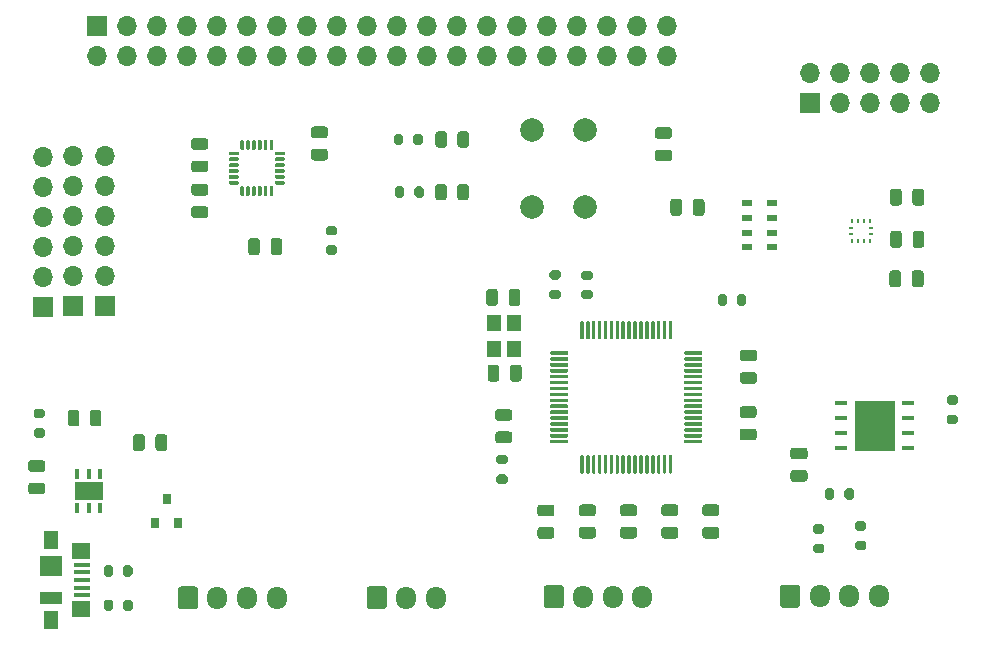
<source format=gbr>
%TF.GenerationSoftware,KiCad,Pcbnew,(5.1.9)-1*%
%TF.CreationDate,2021-03-13T11:21:55-03:00*%
%TF.ProjectId,carcaraFC,63617263-6172-4614-9643-2e6b69636164,rev?*%
%TF.SameCoordinates,Original*%
%TF.FileFunction,Soldermask,Top*%
%TF.FilePolarity,Negative*%
%FSLAX46Y46*%
G04 Gerber Fmt 4.6, Leading zero omitted, Abs format (unit mm)*
G04 Created by KiCad (PCBNEW (5.1.9)-1) date 2021-03-13 11:21:55*
%MOMM*%
%LPD*%
G01*
G04 APERTURE LIST*
%ADD10O,1.700000X1.950000*%
%ADD11R,3.400000X4.300000*%
%ADD12R,1.040000X0.440000*%
%ADD13R,2.370000X1.630000*%
%ADD14R,0.400000X0.860000*%
%ADD15R,0.800000X0.900000*%
%ADD16O,1.700000X1.700000*%
%ADD17R,1.700000X1.700000*%
%ADD18R,1.380000X0.450000*%
%ADD19R,1.550000X1.425000*%
%ADD20R,1.300000X1.650000*%
%ADD21R,1.900000X1.800000*%
%ADD22R,1.900000X1.000000*%
%ADD23C,2.000000*%
%ADD24R,0.950000X0.550000*%
%ADD25R,0.279400X0.304800*%
%ADD26R,0.304800X0.279400*%
%ADD27R,1.200000X1.400000*%
G04 APERTURE END LIST*
D10*
%TO.C,J10*%
X58970000Y-105930000D03*
X56470000Y-105930000D03*
G36*
G01*
X53120000Y-106655000D02*
X53120000Y-105205000D01*
G75*
G02*
X53370000Y-104955000I250000J0D01*
G01*
X54570000Y-104955000D01*
G75*
G02*
X54820000Y-105205000I0J-250000D01*
G01*
X54820000Y-106655000D01*
G75*
G02*
X54570000Y-106905000I-250000J0D01*
G01*
X53370000Y-106905000D01*
G75*
G02*
X53120000Y-106655000I0J250000D01*
G01*
G37*
%TD*%
D11*
%TO.C,U4*%
X96116000Y-91396000D03*
D12*
X98961000Y-89491000D03*
X98961000Y-90761000D03*
X98961000Y-92031000D03*
X98961000Y-93301000D03*
X93271000Y-93301000D03*
X93271000Y-92031000D03*
X93271000Y-90761000D03*
X93271000Y-89491000D03*
%TD*%
D13*
%TO.C,U1*%
X29560000Y-96930000D03*
D14*
X30510000Y-98365000D03*
X29560000Y-98365000D03*
X28610000Y-98365000D03*
X28610000Y-95495000D03*
X29560000Y-95495000D03*
X30510000Y-95495000D03*
%TD*%
%TO.C,C1*%
G36*
G01*
X35220000Y-93275000D02*
X35220000Y-92325000D01*
G75*
G02*
X35470000Y-92075000I250000J0D01*
G01*
X35970000Y-92075000D01*
G75*
G02*
X36220000Y-92325000I0J-250000D01*
G01*
X36220000Y-93275000D01*
G75*
G02*
X35970000Y-93525000I-250000J0D01*
G01*
X35470000Y-93525000D01*
G75*
G02*
X35220000Y-93275000I0J250000D01*
G01*
G37*
G36*
G01*
X33320000Y-93275000D02*
X33320000Y-92325000D01*
G75*
G02*
X33570000Y-92075000I250000J0D01*
G01*
X34070000Y-92075000D01*
G75*
G02*
X34320000Y-92325000I0J-250000D01*
G01*
X34320000Y-93275000D01*
G75*
G02*
X34070000Y-93525000I-250000J0D01*
G01*
X33570000Y-93525000D01*
G75*
G02*
X33320000Y-93275000I0J250000D01*
G01*
G37*
%TD*%
%TO.C,C2*%
G36*
G01*
X24705000Y-94290000D02*
X25655000Y-94290000D01*
G75*
G02*
X25905000Y-94540000I0J-250000D01*
G01*
X25905000Y-95040000D01*
G75*
G02*
X25655000Y-95290000I-250000J0D01*
G01*
X24705000Y-95290000D01*
G75*
G02*
X24455000Y-95040000I0J250000D01*
G01*
X24455000Y-94540000D01*
G75*
G02*
X24705000Y-94290000I250000J0D01*
G01*
G37*
G36*
G01*
X24705000Y-96190000D02*
X25655000Y-96190000D01*
G75*
G02*
X25905000Y-96440000I0J-250000D01*
G01*
X25905000Y-96940000D01*
G75*
G02*
X25655000Y-97190000I-250000J0D01*
G01*
X24705000Y-97190000D01*
G75*
G02*
X24455000Y-96940000I0J250000D01*
G01*
X24455000Y-96440000D01*
G75*
G02*
X24705000Y-96190000I250000J0D01*
G01*
G37*
%TD*%
%TO.C,C3*%
G36*
G01*
X78307000Y-99934000D02*
X79257000Y-99934000D01*
G75*
G02*
X79507000Y-100184000I0J-250000D01*
G01*
X79507000Y-100684000D01*
G75*
G02*
X79257000Y-100934000I-250000J0D01*
G01*
X78307000Y-100934000D01*
G75*
G02*
X78057000Y-100684000I0J250000D01*
G01*
X78057000Y-100184000D01*
G75*
G02*
X78307000Y-99934000I250000J0D01*
G01*
G37*
G36*
G01*
X78307000Y-98034000D02*
X79257000Y-98034000D01*
G75*
G02*
X79507000Y-98284000I0J-250000D01*
G01*
X79507000Y-98784000D01*
G75*
G02*
X79257000Y-99034000I-250000J0D01*
G01*
X78307000Y-99034000D01*
G75*
G02*
X78057000Y-98784000I0J250000D01*
G01*
X78057000Y-98284000D01*
G75*
G02*
X78307000Y-98034000I250000J0D01*
G01*
G37*
%TD*%
%TO.C,C4*%
G36*
G01*
X81782000Y-98039000D02*
X82732000Y-98039000D01*
G75*
G02*
X82982000Y-98289000I0J-250000D01*
G01*
X82982000Y-98789000D01*
G75*
G02*
X82732000Y-99039000I-250000J0D01*
G01*
X81782000Y-99039000D01*
G75*
G02*
X81532000Y-98789000I0J250000D01*
G01*
X81532000Y-98289000D01*
G75*
G02*
X81782000Y-98039000I250000J0D01*
G01*
G37*
G36*
G01*
X81782000Y-99939000D02*
X82732000Y-99939000D01*
G75*
G02*
X82982000Y-100189000I0J-250000D01*
G01*
X82982000Y-100689000D01*
G75*
G02*
X82732000Y-100939000I-250000J0D01*
G01*
X81782000Y-100939000D01*
G75*
G02*
X81532000Y-100689000I0J250000D01*
G01*
X81532000Y-100189000D01*
G75*
G02*
X81782000Y-99939000I250000J0D01*
G01*
G37*
%TD*%
%TO.C,C5*%
G36*
G01*
X74807000Y-99934000D02*
X75757000Y-99934000D01*
G75*
G02*
X76007000Y-100184000I0J-250000D01*
G01*
X76007000Y-100684000D01*
G75*
G02*
X75757000Y-100934000I-250000J0D01*
G01*
X74807000Y-100934000D01*
G75*
G02*
X74557000Y-100684000I0J250000D01*
G01*
X74557000Y-100184000D01*
G75*
G02*
X74807000Y-99934000I250000J0D01*
G01*
G37*
G36*
G01*
X74807000Y-98034000D02*
X75757000Y-98034000D01*
G75*
G02*
X76007000Y-98284000I0J-250000D01*
G01*
X76007000Y-98784000D01*
G75*
G02*
X75757000Y-99034000I-250000J0D01*
G01*
X74807000Y-99034000D01*
G75*
G02*
X74557000Y-98784000I0J250000D01*
G01*
X74557000Y-98284000D01*
G75*
G02*
X74807000Y-98034000I250000J0D01*
G01*
G37*
%TD*%
%TO.C,C6*%
G36*
G01*
X71327000Y-98034000D02*
X72277000Y-98034000D01*
G75*
G02*
X72527000Y-98284000I0J-250000D01*
G01*
X72527000Y-98784000D01*
G75*
G02*
X72277000Y-99034000I-250000J0D01*
G01*
X71327000Y-99034000D01*
G75*
G02*
X71077000Y-98784000I0J250000D01*
G01*
X71077000Y-98284000D01*
G75*
G02*
X71327000Y-98034000I250000J0D01*
G01*
G37*
G36*
G01*
X71327000Y-99934000D02*
X72277000Y-99934000D01*
G75*
G02*
X72527000Y-100184000I0J-250000D01*
G01*
X72527000Y-100684000D01*
G75*
G02*
X72277000Y-100934000I-250000J0D01*
G01*
X71327000Y-100934000D01*
G75*
G02*
X71077000Y-100684000I0J250000D01*
G01*
X71077000Y-100184000D01*
G75*
G02*
X71327000Y-99934000I250000J0D01*
G01*
G37*
%TD*%
%TO.C,C7*%
G36*
G01*
X67807000Y-99954000D02*
X68757000Y-99954000D01*
G75*
G02*
X69007000Y-100204000I0J-250000D01*
G01*
X69007000Y-100704000D01*
G75*
G02*
X68757000Y-100954000I-250000J0D01*
G01*
X67807000Y-100954000D01*
G75*
G02*
X67557000Y-100704000I0J250000D01*
G01*
X67557000Y-100204000D01*
G75*
G02*
X67807000Y-99954000I250000J0D01*
G01*
G37*
G36*
G01*
X67807000Y-98054000D02*
X68757000Y-98054000D01*
G75*
G02*
X69007000Y-98304000I0J-250000D01*
G01*
X69007000Y-98804000D01*
G75*
G02*
X68757000Y-99054000I-250000J0D01*
G01*
X67807000Y-99054000D01*
G75*
G02*
X67557000Y-98804000I0J250000D01*
G01*
X67557000Y-98304000D01*
G75*
G02*
X67807000Y-98054000I250000J0D01*
G01*
G37*
%TD*%
%TO.C,C8*%
G36*
G01*
X63232000Y-80989000D02*
X63232000Y-80039000D01*
G75*
G02*
X63482000Y-79789000I250000J0D01*
G01*
X63982000Y-79789000D01*
G75*
G02*
X64232000Y-80039000I0J-250000D01*
G01*
X64232000Y-80989000D01*
G75*
G02*
X63982000Y-81239000I-250000J0D01*
G01*
X63482000Y-81239000D01*
G75*
G02*
X63232000Y-80989000I0J250000D01*
G01*
G37*
G36*
G01*
X65132000Y-80989000D02*
X65132000Y-80039000D01*
G75*
G02*
X65382000Y-79789000I250000J0D01*
G01*
X65882000Y-79789000D01*
G75*
G02*
X66132000Y-80039000I0J-250000D01*
G01*
X66132000Y-80989000D01*
G75*
G02*
X65882000Y-81239000I-250000J0D01*
G01*
X65382000Y-81239000D01*
G75*
G02*
X65132000Y-80989000I0J250000D01*
G01*
G37*
%TD*%
%TO.C,C9*%
G36*
G01*
X64342000Y-86449000D02*
X64342000Y-87399000D01*
G75*
G02*
X64092000Y-87649000I-250000J0D01*
G01*
X63592000Y-87649000D01*
G75*
G02*
X63342000Y-87399000I0J250000D01*
G01*
X63342000Y-86449000D01*
G75*
G02*
X63592000Y-86199000I250000J0D01*
G01*
X64092000Y-86199000D01*
G75*
G02*
X64342000Y-86449000I0J-250000D01*
G01*
G37*
G36*
G01*
X66242000Y-86449000D02*
X66242000Y-87399000D01*
G75*
G02*
X65992000Y-87649000I-250000J0D01*
G01*
X65492000Y-87649000D01*
G75*
G02*
X65242000Y-87399000I0J250000D01*
G01*
X65242000Y-86449000D01*
G75*
G02*
X65492000Y-86199000I250000J0D01*
G01*
X65992000Y-86199000D01*
G75*
G02*
X66242000Y-86449000I0J-250000D01*
G01*
G37*
%TD*%
%TO.C,C10*%
G36*
G01*
X39455000Y-68020000D02*
X38505000Y-68020000D01*
G75*
G02*
X38255000Y-67770000I0J250000D01*
G01*
X38255000Y-67270000D01*
G75*
G02*
X38505000Y-67020000I250000J0D01*
G01*
X39455000Y-67020000D01*
G75*
G02*
X39705000Y-67270000I0J-250000D01*
G01*
X39705000Y-67770000D01*
G75*
G02*
X39455000Y-68020000I-250000J0D01*
G01*
G37*
G36*
G01*
X39455000Y-69920000D02*
X38505000Y-69920000D01*
G75*
G02*
X38255000Y-69670000I0J250000D01*
G01*
X38255000Y-69170000D01*
G75*
G02*
X38505000Y-68920000I250000J0D01*
G01*
X39455000Y-68920000D01*
G75*
G02*
X39705000Y-69170000I0J-250000D01*
G01*
X39705000Y-69670000D01*
G75*
G02*
X39455000Y-69920000I-250000J0D01*
G01*
G37*
%TD*%
%TO.C,C11*%
G36*
G01*
X39455000Y-71890000D02*
X38505000Y-71890000D01*
G75*
G02*
X38255000Y-71640000I0J250000D01*
G01*
X38255000Y-71140000D01*
G75*
G02*
X38505000Y-70890000I250000J0D01*
G01*
X39455000Y-70890000D01*
G75*
G02*
X39705000Y-71140000I0J-250000D01*
G01*
X39705000Y-71640000D01*
G75*
G02*
X39455000Y-71890000I-250000J0D01*
G01*
G37*
G36*
G01*
X39455000Y-73790000D02*
X38505000Y-73790000D01*
G75*
G02*
X38255000Y-73540000I0J250000D01*
G01*
X38255000Y-73040000D01*
G75*
G02*
X38505000Y-72790000I250000J0D01*
G01*
X39455000Y-72790000D01*
G75*
G02*
X39705000Y-73040000I0J-250000D01*
G01*
X39705000Y-73540000D01*
G75*
G02*
X39455000Y-73790000I-250000J0D01*
G01*
G37*
%TD*%
%TO.C,C12*%
G36*
G01*
X43070000Y-76685000D02*
X43070000Y-75735000D01*
G75*
G02*
X43320000Y-75485000I250000J0D01*
G01*
X43820000Y-75485000D01*
G75*
G02*
X44070000Y-75735000I0J-250000D01*
G01*
X44070000Y-76685000D01*
G75*
G02*
X43820000Y-76935000I-250000J0D01*
G01*
X43320000Y-76935000D01*
G75*
G02*
X43070000Y-76685000I0J250000D01*
G01*
G37*
G36*
G01*
X44970000Y-76685000D02*
X44970000Y-75735000D01*
G75*
G02*
X45220000Y-75485000I250000J0D01*
G01*
X45720000Y-75485000D01*
G75*
G02*
X45970000Y-75735000I0J-250000D01*
G01*
X45970000Y-76685000D01*
G75*
G02*
X45720000Y-76935000I-250000J0D01*
G01*
X45220000Y-76935000D01*
G75*
G02*
X44970000Y-76685000I0J250000D01*
G01*
G37*
%TD*%
%TO.C,C13*%
G36*
G01*
X48635000Y-67930000D02*
X49585000Y-67930000D01*
G75*
G02*
X49835000Y-68180000I0J-250000D01*
G01*
X49835000Y-68680000D01*
G75*
G02*
X49585000Y-68930000I-250000J0D01*
G01*
X48635000Y-68930000D01*
G75*
G02*
X48385000Y-68680000I0J250000D01*
G01*
X48385000Y-68180000D01*
G75*
G02*
X48635000Y-67930000I250000J0D01*
G01*
G37*
G36*
G01*
X48635000Y-66030000D02*
X49585000Y-66030000D01*
G75*
G02*
X49835000Y-66280000I0J-250000D01*
G01*
X49835000Y-66780000D01*
G75*
G02*
X49585000Y-67030000I-250000J0D01*
G01*
X48635000Y-67030000D01*
G75*
G02*
X48385000Y-66780000I0J250000D01*
G01*
X48385000Y-66280000D01*
G75*
G02*
X48635000Y-66030000I250000J0D01*
G01*
G37*
%TD*%
%TO.C,C16*%
G36*
G01*
X90185000Y-96130000D02*
X89235000Y-96130000D01*
G75*
G02*
X88985000Y-95880000I0J250000D01*
G01*
X88985000Y-95380000D01*
G75*
G02*
X89235000Y-95130000I250000J0D01*
G01*
X90185000Y-95130000D01*
G75*
G02*
X90435000Y-95380000I0J-250000D01*
G01*
X90435000Y-95880000D01*
G75*
G02*
X90185000Y-96130000I-250000J0D01*
G01*
G37*
G36*
G01*
X90185000Y-94230000D02*
X89235000Y-94230000D01*
G75*
G02*
X88985000Y-93980000I0J250000D01*
G01*
X88985000Y-93480000D01*
G75*
G02*
X89235000Y-93230000I250000J0D01*
G01*
X90185000Y-93230000D01*
G75*
G02*
X90435000Y-93480000I0J-250000D01*
G01*
X90435000Y-93980000D01*
G75*
G02*
X90185000Y-94230000I-250000J0D01*
G01*
G37*
%TD*%
%TO.C,C19*%
G36*
G01*
X79820000Y-72407000D02*
X79820000Y-73357000D01*
G75*
G02*
X79570000Y-73607000I-250000J0D01*
G01*
X79070000Y-73607000D01*
G75*
G02*
X78820000Y-73357000I0J250000D01*
G01*
X78820000Y-72407000D01*
G75*
G02*
X79070000Y-72157000I250000J0D01*
G01*
X79570000Y-72157000D01*
G75*
G02*
X79820000Y-72407000I0J-250000D01*
G01*
G37*
G36*
G01*
X81720000Y-72407000D02*
X81720000Y-73357000D01*
G75*
G02*
X81470000Y-73607000I-250000J0D01*
G01*
X80970000Y-73607000D01*
G75*
G02*
X80720000Y-73357000I0J250000D01*
G01*
X80720000Y-72407000D01*
G75*
G02*
X80970000Y-72157000I250000J0D01*
G01*
X81470000Y-72157000D01*
G75*
G02*
X81720000Y-72407000I0J-250000D01*
G01*
G37*
%TD*%
%TO.C,C20*%
G36*
G01*
X65197000Y-90964000D02*
X64247000Y-90964000D01*
G75*
G02*
X63997000Y-90714000I0J250000D01*
G01*
X63997000Y-90214000D01*
G75*
G02*
X64247000Y-89964000I250000J0D01*
G01*
X65197000Y-89964000D01*
G75*
G02*
X65447000Y-90214000I0J-250000D01*
G01*
X65447000Y-90714000D01*
G75*
G02*
X65197000Y-90964000I-250000J0D01*
G01*
G37*
G36*
G01*
X65197000Y-92864000D02*
X64247000Y-92864000D01*
G75*
G02*
X63997000Y-92614000I0J250000D01*
G01*
X63997000Y-92114000D01*
G75*
G02*
X64247000Y-91864000I250000J0D01*
G01*
X65197000Y-91864000D01*
G75*
G02*
X65447000Y-92114000I0J-250000D01*
G01*
X65447000Y-92614000D01*
G75*
G02*
X65197000Y-92864000I-250000J0D01*
G01*
G37*
%TD*%
%TO.C,C21*%
G36*
G01*
X85882000Y-92619000D02*
X84932000Y-92619000D01*
G75*
G02*
X84682000Y-92369000I0J250000D01*
G01*
X84682000Y-91869000D01*
G75*
G02*
X84932000Y-91619000I250000J0D01*
G01*
X85882000Y-91619000D01*
G75*
G02*
X86132000Y-91869000I0J-250000D01*
G01*
X86132000Y-92369000D01*
G75*
G02*
X85882000Y-92619000I-250000J0D01*
G01*
G37*
G36*
G01*
X85882000Y-90719000D02*
X84932000Y-90719000D01*
G75*
G02*
X84682000Y-90469000I0J250000D01*
G01*
X84682000Y-89969000D01*
G75*
G02*
X84932000Y-89719000I250000J0D01*
G01*
X85882000Y-89719000D01*
G75*
G02*
X86132000Y-89969000I0J-250000D01*
G01*
X86132000Y-90469000D01*
G75*
G02*
X85882000Y-90719000I-250000J0D01*
G01*
G37*
%TD*%
%TO.C,C22*%
G36*
G01*
X85907000Y-87824000D02*
X84957000Y-87824000D01*
G75*
G02*
X84707000Y-87574000I0J250000D01*
G01*
X84707000Y-87074000D01*
G75*
G02*
X84957000Y-86824000I250000J0D01*
G01*
X85907000Y-86824000D01*
G75*
G02*
X86157000Y-87074000I0J-250000D01*
G01*
X86157000Y-87574000D01*
G75*
G02*
X85907000Y-87824000I-250000J0D01*
G01*
G37*
G36*
G01*
X85907000Y-85924000D02*
X84957000Y-85924000D01*
G75*
G02*
X84707000Y-85674000I0J250000D01*
G01*
X84707000Y-85174000D01*
G75*
G02*
X84957000Y-84924000I250000J0D01*
G01*
X85907000Y-84924000D01*
G75*
G02*
X86157000Y-85174000I0J-250000D01*
G01*
X86157000Y-85674000D01*
G75*
G02*
X85907000Y-85924000I-250000J0D01*
G01*
G37*
%TD*%
%TO.C,C23*%
G36*
G01*
X78713000Y-68998000D02*
X77763000Y-68998000D01*
G75*
G02*
X77513000Y-68748000I0J250000D01*
G01*
X77513000Y-68248000D01*
G75*
G02*
X77763000Y-67998000I250000J0D01*
G01*
X78713000Y-67998000D01*
G75*
G02*
X78963000Y-68248000I0J-250000D01*
G01*
X78963000Y-68748000D01*
G75*
G02*
X78713000Y-68998000I-250000J0D01*
G01*
G37*
G36*
G01*
X78713000Y-67098000D02*
X77763000Y-67098000D01*
G75*
G02*
X77513000Y-66848000I0J250000D01*
G01*
X77513000Y-66348000D01*
G75*
G02*
X77763000Y-66098000I250000J0D01*
G01*
X78713000Y-66098000D01*
G75*
G02*
X78963000Y-66348000I0J-250000D01*
G01*
X78963000Y-66848000D01*
G75*
G02*
X78713000Y-67098000I-250000J0D01*
G01*
G37*
%TD*%
%TO.C,C24*%
G36*
G01*
X98425000Y-75122000D02*
X98425000Y-76072000D01*
G75*
G02*
X98175000Y-76322000I-250000J0D01*
G01*
X97675000Y-76322000D01*
G75*
G02*
X97425000Y-76072000I0J250000D01*
G01*
X97425000Y-75122000D01*
G75*
G02*
X97675000Y-74872000I250000J0D01*
G01*
X98175000Y-74872000D01*
G75*
G02*
X98425000Y-75122000I0J-250000D01*
G01*
G37*
G36*
G01*
X100325000Y-75122000D02*
X100325000Y-76072000D01*
G75*
G02*
X100075000Y-76322000I-250000J0D01*
G01*
X99575000Y-76322000D01*
G75*
G02*
X99325000Y-76072000I0J250000D01*
G01*
X99325000Y-75122000D01*
G75*
G02*
X99575000Y-74872000I250000J0D01*
G01*
X100075000Y-74872000D01*
G75*
G02*
X100325000Y-75122000I0J-250000D01*
G01*
G37*
%TD*%
%TO.C,C25*%
G36*
G01*
X100260000Y-78467000D02*
X100260000Y-79417000D01*
G75*
G02*
X100010000Y-79667000I-250000J0D01*
G01*
X99510000Y-79667000D01*
G75*
G02*
X99260000Y-79417000I0J250000D01*
G01*
X99260000Y-78467000D01*
G75*
G02*
X99510000Y-78217000I250000J0D01*
G01*
X100010000Y-78217000D01*
G75*
G02*
X100260000Y-78467000I0J-250000D01*
G01*
G37*
G36*
G01*
X98360000Y-78467000D02*
X98360000Y-79417000D01*
G75*
G02*
X98110000Y-79667000I-250000J0D01*
G01*
X97610000Y-79667000D01*
G75*
G02*
X97360000Y-79417000I0J250000D01*
G01*
X97360000Y-78467000D01*
G75*
G02*
X97610000Y-78217000I250000J0D01*
G01*
X98110000Y-78217000D01*
G75*
G02*
X98360000Y-78467000I0J-250000D01*
G01*
G37*
%TD*%
%TO.C,C26*%
G36*
G01*
X100320000Y-71547000D02*
X100320000Y-72497000D01*
G75*
G02*
X100070000Y-72747000I-250000J0D01*
G01*
X99570000Y-72747000D01*
G75*
G02*
X99320000Y-72497000I0J250000D01*
G01*
X99320000Y-71547000D01*
G75*
G02*
X99570000Y-71297000I250000J0D01*
G01*
X100070000Y-71297000D01*
G75*
G02*
X100320000Y-71547000I0J-250000D01*
G01*
G37*
G36*
G01*
X98420000Y-71547000D02*
X98420000Y-72497000D01*
G75*
G02*
X98170000Y-72747000I-250000J0D01*
G01*
X97670000Y-72747000D01*
G75*
G02*
X97420000Y-72497000I0J250000D01*
G01*
X97420000Y-71547000D01*
G75*
G02*
X97670000Y-71297000I250000J0D01*
G01*
X98170000Y-71297000D01*
G75*
G02*
X98420000Y-71547000I0J-250000D01*
G01*
G37*
%TD*%
%TO.C,D1*%
G36*
G01*
X27805000Y-91196250D02*
X27805000Y-90283750D01*
G75*
G02*
X28048750Y-90040000I243750J0D01*
G01*
X28536250Y-90040000D01*
G75*
G02*
X28780000Y-90283750I0J-243750D01*
G01*
X28780000Y-91196250D01*
G75*
G02*
X28536250Y-91440000I-243750J0D01*
G01*
X28048750Y-91440000D01*
G75*
G02*
X27805000Y-91196250I0J243750D01*
G01*
G37*
G36*
G01*
X29680000Y-91196250D02*
X29680000Y-90283750D01*
G75*
G02*
X29923750Y-90040000I243750J0D01*
G01*
X30411250Y-90040000D01*
G75*
G02*
X30655000Y-90283750I0J-243750D01*
G01*
X30655000Y-91196250D01*
G75*
G02*
X30411250Y-91440000I-243750J0D01*
G01*
X29923750Y-91440000D01*
G75*
G02*
X29680000Y-91196250I0J243750D01*
G01*
G37*
%TD*%
D15*
%TO.C,D2*%
X35220000Y-99590000D03*
X37120000Y-99590000D03*
X36170000Y-97590000D03*
%TD*%
%TO.C,D3*%
G36*
G01*
X59897500Y-66683750D02*
X59897500Y-67596250D01*
G75*
G02*
X59653750Y-67840000I-243750J0D01*
G01*
X59166250Y-67840000D01*
G75*
G02*
X58922500Y-67596250I0J243750D01*
G01*
X58922500Y-66683750D01*
G75*
G02*
X59166250Y-66440000I243750J0D01*
G01*
X59653750Y-66440000D01*
G75*
G02*
X59897500Y-66683750I0J-243750D01*
G01*
G37*
G36*
G01*
X61772500Y-66683750D02*
X61772500Y-67596250D01*
G75*
G02*
X61528750Y-67840000I-243750J0D01*
G01*
X61041250Y-67840000D01*
G75*
G02*
X60797500Y-67596250I0J243750D01*
G01*
X60797500Y-66683750D01*
G75*
G02*
X61041250Y-66440000I243750J0D01*
G01*
X61528750Y-66440000D01*
G75*
G02*
X61772500Y-66683750I0J-243750D01*
G01*
G37*
%TD*%
%TO.C,D4*%
G36*
G01*
X61755000Y-71143750D02*
X61755000Y-72056250D01*
G75*
G02*
X61511250Y-72300000I-243750J0D01*
G01*
X61023750Y-72300000D01*
G75*
G02*
X60780000Y-72056250I0J243750D01*
G01*
X60780000Y-71143750D01*
G75*
G02*
X61023750Y-70900000I243750J0D01*
G01*
X61511250Y-70900000D01*
G75*
G02*
X61755000Y-71143750I0J-243750D01*
G01*
G37*
G36*
G01*
X59880000Y-71143750D02*
X59880000Y-72056250D01*
G75*
G02*
X59636250Y-72300000I-243750J0D01*
G01*
X59148750Y-72300000D01*
G75*
G02*
X58905000Y-72056250I0J243750D01*
G01*
X58905000Y-71143750D01*
G75*
G02*
X59148750Y-70900000I243750J0D01*
G01*
X59636250Y-70900000D01*
G75*
G02*
X59880000Y-71143750I0J-243750D01*
G01*
G37*
%TD*%
%TO.C,J1*%
G36*
G01*
X37130000Y-106675000D02*
X37130000Y-105225000D01*
G75*
G02*
X37380000Y-104975000I250000J0D01*
G01*
X38580000Y-104975000D01*
G75*
G02*
X38830000Y-105225000I0J-250000D01*
G01*
X38830000Y-106675000D01*
G75*
G02*
X38580000Y-106925000I-250000J0D01*
G01*
X37380000Y-106925000D01*
G75*
G02*
X37130000Y-106675000I0J250000D01*
G01*
G37*
D10*
X40480000Y-105950000D03*
X42980000Y-105950000D03*
X45480000Y-105950000D03*
%TD*%
D16*
%TO.C,J2*%
X25715000Y-68605000D03*
X25715000Y-71145000D03*
X25715000Y-73685000D03*
X25715000Y-76225000D03*
X25715000Y-78765000D03*
D17*
X25715000Y-81305000D03*
%TD*%
%TO.C,J3*%
X90640000Y-64070000D03*
D16*
X90640000Y-61530000D03*
X93180000Y-64070000D03*
X93180000Y-61530000D03*
X95720000Y-64070000D03*
X95720000Y-61530000D03*
X98260000Y-64070000D03*
X98260000Y-61530000D03*
X100800000Y-64070000D03*
X100800000Y-61530000D03*
%TD*%
D17*
%TO.C,J4*%
X30980000Y-81270000D03*
D16*
X30980000Y-78730000D03*
X30980000Y-76190000D03*
X30980000Y-73650000D03*
X30980000Y-71110000D03*
X30980000Y-68570000D03*
%TD*%
D18*
%TO.C,USB1*%
X29010000Y-103140000D03*
X29010000Y-103790000D03*
X29010000Y-104440000D03*
X29010000Y-105090000D03*
X29010000Y-105740000D03*
D19*
X28925000Y-101952500D03*
X28925000Y-106927500D03*
D20*
X26350000Y-101065000D03*
X26350000Y-107815000D03*
D21*
X26350000Y-103290000D03*
D22*
X26350000Y-105990000D03*
%TD*%
D17*
%TO.C,J6*%
X28280000Y-81280000D03*
D16*
X28280000Y-78740000D03*
X28280000Y-76200000D03*
X28280000Y-73660000D03*
X28280000Y-71120000D03*
X28280000Y-68580000D03*
%TD*%
D17*
%TO.C,J7*%
X30320000Y-57490000D03*
D16*
X30320000Y-60030000D03*
X32860000Y-57490000D03*
X32860000Y-60030000D03*
X35400000Y-57490000D03*
X35400000Y-60030000D03*
X37940000Y-57490000D03*
X37940000Y-60030000D03*
X40480000Y-57490000D03*
X40480000Y-60030000D03*
X43020000Y-57490000D03*
X43020000Y-60030000D03*
X45560000Y-57490000D03*
X45560000Y-60030000D03*
X48100000Y-57490000D03*
X48100000Y-60030000D03*
X50640000Y-57490000D03*
X50640000Y-60030000D03*
X53180000Y-57490000D03*
X53180000Y-60030000D03*
X55720000Y-57490000D03*
X55720000Y-60030000D03*
X58260000Y-57490000D03*
X58260000Y-60030000D03*
X60800000Y-57490000D03*
X60800000Y-60030000D03*
X63340000Y-57490000D03*
X63340000Y-60030000D03*
X65880000Y-57490000D03*
X65880000Y-60030000D03*
X68420000Y-57490000D03*
X68420000Y-60030000D03*
X70960000Y-57490000D03*
X70960000Y-60030000D03*
X73500000Y-57490000D03*
X73500000Y-60030000D03*
X76040000Y-57490000D03*
X76040000Y-60030000D03*
X78580000Y-57490000D03*
X78580000Y-60030000D03*
%TD*%
D10*
%TO.C,J20*%
X76450000Y-105850000D03*
X73950000Y-105850000D03*
X71450000Y-105850000D03*
G36*
G01*
X68100000Y-106575000D02*
X68100000Y-105125000D01*
G75*
G02*
X68350000Y-104875000I250000J0D01*
G01*
X69550000Y-104875000D01*
G75*
G02*
X69800000Y-105125000I0J-250000D01*
G01*
X69800000Y-106575000D01*
G75*
G02*
X69550000Y-106825000I-250000J0D01*
G01*
X68350000Y-106825000D01*
G75*
G02*
X68100000Y-106575000I0J250000D01*
G01*
G37*
%TD*%
%TO.C,J5*%
G36*
G01*
X88100000Y-106535000D02*
X88100000Y-105085000D01*
G75*
G02*
X88350000Y-104835000I250000J0D01*
G01*
X89550000Y-104835000D01*
G75*
G02*
X89800000Y-105085000I0J-250000D01*
G01*
X89800000Y-106535000D01*
G75*
G02*
X89550000Y-106785000I-250000J0D01*
G01*
X88350000Y-106785000D01*
G75*
G02*
X88100000Y-106535000I0J250000D01*
G01*
G37*
X91450000Y-105810000D03*
X93950000Y-105810000D03*
X96450000Y-105810000D03*
%TD*%
%TO.C,R1*%
G36*
G01*
X25665000Y-92385000D02*
X25115000Y-92385000D01*
G75*
G02*
X24915000Y-92185000I0J200000D01*
G01*
X24915000Y-91785000D01*
G75*
G02*
X25115000Y-91585000I200000J0D01*
G01*
X25665000Y-91585000D01*
G75*
G02*
X25865000Y-91785000I0J-200000D01*
G01*
X25865000Y-92185000D01*
G75*
G02*
X25665000Y-92385000I-200000J0D01*
G01*
G37*
G36*
G01*
X25665000Y-90735000D02*
X25115000Y-90735000D01*
G75*
G02*
X24915000Y-90535000I0J200000D01*
G01*
X24915000Y-90135000D01*
G75*
G02*
X25115000Y-89935000I200000J0D01*
G01*
X25665000Y-89935000D01*
G75*
G02*
X25865000Y-90135000I0J-200000D01*
G01*
X25865000Y-90535000D01*
G75*
G02*
X25665000Y-90735000I-200000J0D01*
G01*
G37*
%TD*%
%TO.C,R2*%
G36*
G01*
X71497000Y-78234000D02*
X72047000Y-78234000D01*
G75*
G02*
X72247000Y-78434000I0J-200000D01*
G01*
X72247000Y-78834000D01*
G75*
G02*
X72047000Y-79034000I-200000J0D01*
G01*
X71497000Y-79034000D01*
G75*
G02*
X71297000Y-78834000I0J200000D01*
G01*
X71297000Y-78434000D01*
G75*
G02*
X71497000Y-78234000I200000J0D01*
G01*
G37*
G36*
G01*
X71497000Y-79884000D02*
X72047000Y-79884000D01*
G75*
G02*
X72247000Y-80084000I0J-200000D01*
G01*
X72247000Y-80484000D01*
G75*
G02*
X72047000Y-80684000I-200000J0D01*
G01*
X71497000Y-80684000D01*
G75*
G02*
X71297000Y-80484000I0J200000D01*
G01*
X71297000Y-80084000D01*
G75*
G02*
X71497000Y-79884000I200000J0D01*
G01*
G37*
%TD*%
%TO.C,R3*%
G36*
G01*
X68787000Y-79859000D02*
X69337000Y-79859000D01*
G75*
G02*
X69537000Y-80059000I0J-200000D01*
G01*
X69537000Y-80459000D01*
G75*
G02*
X69337000Y-80659000I-200000J0D01*
G01*
X68787000Y-80659000D01*
G75*
G02*
X68587000Y-80459000I0J200000D01*
G01*
X68587000Y-80059000D01*
G75*
G02*
X68787000Y-79859000I200000J0D01*
G01*
G37*
G36*
G01*
X68787000Y-78209000D02*
X69337000Y-78209000D01*
G75*
G02*
X69537000Y-78409000I0J-200000D01*
G01*
X69537000Y-78809000D01*
G75*
G02*
X69337000Y-79009000I-200000J0D01*
G01*
X68787000Y-79009000D01*
G75*
G02*
X68587000Y-78809000I0J200000D01*
G01*
X68587000Y-78409000D01*
G75*
G02*
X68787000Y-78209000I200000J0D01*
G01*
G37*
%TD*%
%TO.C,R4*%
G36*
G01*
X49861000Y-76103000D02*
X50411000Y-76103000D01*
G75*
G02*
X50611000Y-76303000I0J-200000D01*
G01*
X50611000Y-76703000D01*
G75*
G02*
X50411000Y-76903000I-200000J0D01*
G01*
X49861000Y-76903000D01*
G75*
G02*
X49661000Y-76703000I0J200000D01*
G01*
X49661000Y-76303000D01*
G75*
G02*
X49861000Y-76103000I200000J0D01*
G01*
G37*
G36*
G01*
X49861000Y-74453000D02*
X50411000Y-74453000D01*
G75*
G02*
X50611000Y-74653000I0J-200000D01*
G01*
X50611000Y-75053000D01*
G75*
G02*
X50411000Y-75253000I-200000J0D01*
G01*
X49861000Y-75253000D01*
G75*
G02*
X49661000Y-75053000I0J200000D01*
G01*
X49661000Y-74653000D01*
G75*
G02*
X49861000Y-74453000I200000J0D01*
G01*
G37*
%TD*%
%TO.C,R5*%
G36*
G01*
X85265000Y-80455000D02*
X85265000Y-81005000D01*
G75*
G02*
X85065000Y-81205000I-200000J0D01*
G01*
X84665000Y-81205000D01*
G75*
G02*
X84465000Y-81005000I0J200000D01*
G01*
X84465000Y-80455000D01*
G75*
G02*
X84665000Y-80255000I200000J0D01*
G01*
X85065000Y-80255000D01*
G75*
G02*
X85265000Y-80455000I0J-200000D01*
G01*
G37*
G36*
G01*
X83615000Y-80455000D02*
X83615000Y-81005000D01*
G75*
G02*
X83415000Y-81205000I-200000J0D01*
G01*
X83015000Y-81205000D01*
G75*
G02*
X82815000Y-81005000I0J200000D01*
G01*
X82815000Y-80455000D01*
G75*
G02*
X83015000Y-80255000I200000J0D01*
G01*
X83415000Y-80255000D01*
G75*
G02*
X83615000Y-80455000I0J-200000D01*
G01*
G37*
%TD*%
%TO.C,R6*%
G36*
G01*
X31645000Y-106305000D02*
X31645000Y-106855000D01*
G75*
G02*
X31445000Y-107055000I-200000J0D01*
G01*
X31045000Y-107055000D01*
G75*
G02*
X30845000Y-106855000I0J200000D01*
G01*
X30845000Y-106305000D01*
G75*
G02*
X31045000Y-106105000I200000J0D01*
G01*
X31445000Y-106105000D01*
G75*
G02*
X31645000Y-106305000I0J-200000D01*
G01*
G37*
G36*
G01*
X33295000Y-106305000D02*
X33295000Y-106855000D01*
G75*
G02*
X33095000Y-107055000I-200000J0D01*
G01*
X32695000Y-107055000D01*
G75*
G02*
X32495000Y-106855000I0J200000D01*
G01*
X32495000Y-106305000D01*
G75*
G02*
X32695000Y-106105000I200000J0D01*
G01*
X33095000Y-106105000D01*
G75*
G02*
X33295000Y-106305000I0J-200000D01*
G01*
G37*
%TD*%
%TO.C,R7*%
G36*
G01*
X30845000Y-103955000D02*
X30845000Y-103405000D01*
G75*
G02*
X31045000Y-103205000I200000J0D01*
G01*
X31445000Y-103205000D01*
G75*
G02*
X31645000Y-103405000I0J-200000D01*
G01*
X31645000Y-103955000D01*
G75*
G02*
X31445000Y-104155000I-200000J0D01*
G01*
X31045000Y-104155000D01*
G75*
G02*
X30845000Y-103955000I0J200000D01*
G01*
G37*
G36*
G01*
X32495000Y-103955000D02*
X32495000Y-103405000D01*
G75*
G02*
X32695000Y-103205000I200000J0D01*
G01*
X33095000Y-103205000D01*
G75*
G02*
X33295000Y-103405000I0J-200000D01*
G01*
X33295000Y-103955000D01*
G75*
G02*
X33095000Y-104155000I-200000J0D01*
G01*
X32695000Y-104155000D01*
G75*
G02*
X32495000Y-103955000I0J200000D01*
G01*
G37*
%TD*%
%TO.C,R8*%
G36*
G01*
X102975000Y-89605000D02*
X102425000Y-89605000D01*
G75*
G02*
X102225000Y-89405000I0J200000D01*
G01*
X102225000Y-89005000D01*
G75*
G02*
X102425000Y-88805000I200000J0D01*
G01*
X102975000Y-88805000D01*
G75*
G02*
X103175000Y-89005000I0J-200000D01*
G01*
X103175000Y-89405000D01*
G75*
G02*
X102975000Y-89605000I-200000J0D01*
G01*
G37*
G36*
G01*
X102975000Y-91255000D02*
X102425000Y-91255000D01*
G75*
G02*
X102225000Y-91055000I0J200000D01*
G01*
X102225000Y-90655000D01*
G75*
G02*
X102425000Y-90455000I200000J0D01*
G01*
X102975000Y-90455000D01*
G75*
G02*
X103175000Y-90655000I0J-200000D01*
G01*
X103175000Y-91055000D01*
G75*
G02*
X102975000Y-91255000I-200000J0D01*
G01*
G37*
%TD*%
%TO.C,R9*%
G36*
G01*
X94365000Y-96885000D02*
X94365000Y-97435000D01*
G75*
G02*
X94165000Y-97635000I-200000J0D01*
G01*
X93765000Y-97635000D01*
G75*
G02*
X93565000Y-97435000I0J200000D01*
G01*
X93565000Y-96885000D01*
G75*
G02*
X93765000Y-96685000I200000J0D01*
G01*
X94165000Y-96685000D01*
G75*
G02*
X94365000Y-96885000I0J-200000D01*
G01*
G37*
G36*
G01*
X92715000Y-96885000D02*
X92715000Y-97435000D01*
G75*
G02*
X92515000Y-97635000I-200000J0D01*
G01*
X92115000Y-97635000D01*
G75*
G02*
X91915000Y-97435000I0J200000D01*
G01*
X91915000Y-96885000D01*
G75*
G02*
X92115000Y-96685000I200000J0D01*
G01*
X92515000Y-96685000D01*
G75*
G02*
X92715000Y-96885000I0J-200000D01*
G01*
G37*
%TD*%
%TO.C,R10*%
G36*
G01*
X64297000Y-95499000D02*
X64847000Y-95499000D01*
G75*
G02*
X65047000Y-95699000I0J-200000D01*
G01*
X65047000Y-96099000D01*
G75*
G02*
X64847000Y-96299000I-200000J0D01*
G01*
X64297000Y-96299000D01*
G75*
G02*
X64097000Y-96099000I0J200000D01*
G01*
X64097000Y-95699000D01*
G75*
G02*
X64297000Y-95499000I200000J0D01*
G01*
G37*
G36*
G01*
X64297000Y-93849000D02*
X64847000Y-93849000D01*
G75*
G02*
X65047000Y-94049000I0J-200000D01*
G01*
X65047000Y-94449000D01*
G75*
G02*
X64847000Y-94649000I-200000J0D01*
G01*
X64297000Y-94649000D01*
G75*
G02*
X64097000Y-94449000I0J200000D01*
G01*
X64097000Y-94049000D01*
G75*
G02*
X64297000Y-93849000I200000J0D01*
G01*
G37*
%TD*%
%TO.C,R11*%
G36*
G01*
X95209000Y-101919000D02*
X94659000Y-101919000D01*
G75*
G02*
X94459000Y-101719000I0J200000D01*
G01*
X94459000Y-101319000D01*
G75*
G02*
X94659000Y-101119000I200000J0D01*
G01*
X95209000Y-101119000D01*
G75*
G02*
X95409000Y-101319000I0J-200000D01*
G01*
X95409000Y-101719000D01*
G75*
G02*
X95209000Y-101919000I-200000J0D01*
G01*
G37*
G36*
G01*
X95209000Y-100269000D02*
X94659000Y-100269000D01*
G75*
G02*
X94459000Y-100069000I0J200000D01*
G01*
X94459000Y-99669000D01*
G75*
G02*
X94659000Y-99469000I200000J0D01*
G01*
X95209000Y-99469000D01*
G75*
G02*
X95409000Y-99669000I0J-200000D01*
G01*
X95409000Y-100069000D01*
G75*
G02*
X95209000Y-100269000I-200000J0D01*
G01*
G37*
%TD*%
%TO.C,R12*%
G36*
G01*
X91653000Y-100523000D02*
X91103000Y-100523000D01*
G75*
G02*
X90903000Y-100323000I0J200000D01*
G01*
X90903000Y-99923000D01*
G75*
G02*
X91103000Y-99723000I200000J0D01*
G01*
X91653000Y-99723000D01*
G75*
G02*
X91853000Y-99923000I0J-200000D01*
G01*
X91853000Y-100323000D01*
G75*
G02*
X91653000Y-100523000I-200000J0D01*
G01*
G37*
G36*
G01*
X91653000Y-102173000D02*
X91103000Y-102173000D01*
G75*
G02*
X90903000Y-101973000I0J200000D01*
G01*
X90903000Y-101573000D01*
G75*
G02*
X91103000Y-101373000I200000J0D01*
G01*
X91653000Y-101373000D01*
G75*
G02*
X91853000Y-101573000I0J-200000D01*
G01*
X91853000Y-101973000D01*
G75*
G02*
X91653000Y-102173000I-200000J0D01*
G01*
G37*
%TD*%
%TO.C,R13*%
G36*
G01*
X57055000Y-67415000D02*
X57055000Y-66865000D01*
G75*
G02*
X57255000Y-66665000I200000J0D01*
G01*
X57655000Y-66665000D01*
G75*
G02*
X57855000Y-66865000I0J-200000D01*
G01*
X57855000Y-67415000D01*
G75*
G02*
X57655000Y-67615000I-200000J0D01*
G01*
X57255000Y-67615000D01*
G75*
G02*
X57055000Y-67415000I0J200000D01*
G01*
G37*
G36*
G01*
X55405000Y-67415000D02*
X55405000Y-66865000D01*
G75*
G02*
X55605000Y-66665000I200000J0D01*
G01*
X56005000Y-66665000D01*
G75*
G02*
X56205000Y-66865000I0J-200000D01*
G01*
X56205000Y-67415000D01*
G75*
G02*
X56005000Y-67615000I-200000J0D01*
G01*
X55605000Y-67615000D01*
G75*
G02*
X55405000Y-67415000I0J200000D01*
G01*
G37*
%TD*%
%TO.C,R14*%
G36*
G01*
X55495000Y-71865000D02*
X55495000Y-71315000D01*
G75*
G02*
X55695000Y-71115000I200000J0D01*
G01*
X56095000Y-71115000D01*
G75*
G02*
X56295000Y-71315000I0J-200000D01*
G01*
X56295000Y-71865000D01*
G75*
G02*
X56095000Y-72065000I-200000J0D01*
G01*
X55695000Y-72065000D01*
G75*
G02*
X55495000Y-71865000I0J200000D01*
G01*
G37*
G36*
G01*
X57145000Y-71865000D02*
X57145000Y-71315000D01*
G75*
G02*
X57345000Y-71115000I200000J0D01*
G01*
X57745000Y-71115000D01*
G75*
G02*
X57945000Y-71315000I0J-200000D01*
G01*
X57945000Y-71865000D01*
G75*
G02*
X57745000Y-72065000I-200000J0D01*
G01*
X57345000Y-72065000D01*
G75*
G02*
X57145000Y-71865000I0J200000D01*
G01*
G37*
%TD*%
D23*
%TO.C,SW1*%
X71570000Y-72870000D03*
X67070000Y-72870000D03*
X71570000Y-66370000D03*
X67070000Y-66370000D03*
%TD*%
%TO.C,U2*%
G36*
G01*
X68632000Y-85299000D02*
X68632000Y-85149000D01*
G75*
G02*
X68707000Y-85074000I75000J0D01*
G01*
X70107000Y-85074000D01*
G75*
G02*
X70182000Y-85149000I0J-75000D01*
G01*
X70182000Y-85299000D01*
G75*
G02*
X70107000Y-85374000I-75000J0D01*
G01*
X68707000Y-85374000D01*
G75*
G02*
X68632000Y-85299000I0J75000D01*
G01*
G37*
G36*
G01*
X68632000Y-85799000D02*
X68632000Y-85649000D01*
G75*
G02*
X68707000Y-85574000I75000J0D01*
G01*
X70107000Y-85574000D01*
G75*
G02*
X70182000Y-85649000I0J-75000D01*
G01*
X70182000Y-85799000D01*
G75*
G02*
X70107000Y-85874000I-75000J0D01*
G01*
X68707000Y-85874000D01*
G75*
G02*
X68632000Y-85799000I0J75000D01*
G01*
G37*
G36*
G01*
X68632000Y-86299000D02*
X68632000Y-86149000D01*
G75*
G02*
X68707000Y-86074000I75000J0D01*
G01*
X70107000Y-86074000D01*
G75*
G02*
X70182000Y-86149000I0J-75000D01*
G01*
X70182000Y-86299000D01*
G75*
G02*
X70107000Y-86374000I-75000J0D01*
G01*
X68707000Y-86374000D01*
G75*
G02*
X68632000Y-86299000I0J75000D01*
G01*
G37*
G36*
G01*
X68632000Y-86799000D02*
X68632000Y-86649000D01*
G75*
G02*
X68707000Y-86574000I75000J0D01*
G01*
X70107000Y-86574000D01*
G75*
G02*
X70182000Y-86649000I0J-75000D01*
G01*
X70182000Y-86799000D01*
G75*
G02*
X70107000Y-86874000I-75000J0D01*
G01*
X68707000Y-86874000D01*
G75*
G02*
X68632000Y-86799000I0J75000D01*
G01*
G37*
G36*
G01*
X68632000Y-87299000D02*
X68632000Y-87149000D01*
G75*
G02*
X68707000Y-87074000I75000J0D01*
G01*
X70107000Y-87074000D01*
G75*
G02*
X70182000Y-87149000I0J-75000D01*
G01*
X70182000Y-87299000D01*
G75*
G02*
X70107000Y-87374000I-75000J0D01*
G01*
X68707000Y-87374000D01*
G75*
G02*
X68632000Y-87299000I0J75000D01*
G01*
G37*
G36*
G01*
X68632000Y-87799000D02*
X68632000Y-87649000D01*
G75*
G02*
X68707000Y-87574000I75000J0D01*
G01*
X70107000Y-87574000D01*
G75*
G02*
X70182000Y-87649000I0J-75000D01*
G01*
X70182000Y-87799000D01*
G75*
G02*
X70107000Y-87874000I-75000J0D01*
G01*
X68707000Y-87874000D01*
G75*
G02*
X68632000Y-87799000I0J75000D01*
G01*
G37*
G36*
G01*
X68632000Y-88299000D02*
X68632000Y-88149000D01*
G75*
G02*
X68707000Y-88074000I75000J0D01*
G01*
X70107000Y-88074000D01*
G75*
G02*
X70182000Y-88149000I0J-75000D01*
G01*
X70182000Y-88299000D01*
G75*
G02*
X70107000Y-88374000I-75000J0D01*
G01*
X68707000Y-88374000D01*
G75*
G02*
X68632000Y-88299000I0J75000D01*
G01*
G37*
G36*
G01*
X68632000Y-88799000D02*
X68632000Y-88649000D01*
G75*
G02*
X68707000Y-88574000I75000J0D01*
G01*
X70107000Y-88574000D01*
G75*
G02*
X70182000Y-88649000I0J-75000D01*
G01*
X70182000Y-88799000D01*
G75*
G02*
X70107000Y-88874000I-75000J0D01*
G01*
X68707000Y-88874000D01*
G75*
G02*
X68632000Y-88799000I0J75000D01*
G01*
G37*
G36*
G01*
X68632000Y-89299000D02*
X68632000Y-89149000D01*
G75*
G02*
X68707000Y-89074000I75000J0D01*
G01*
X70107000Y-89074000D01*
G75*
G02*
X70182000Y-89149000I0J-75000D01*
G01*
X70182000Y-89299000D01*
G75*
G02*
X70107000Y-89374000I-75000J0D01*
G01*
X68707000Y-89374000D01*
G75*
G02*
X68632000Y-89299000I0J75000D01*
G01*
G37*
G36*
G01*
X68632000Y-89799000D02*
X68632000Y-89649000D01*
G75*
G02*
X68707000Y-89574000I75000J0D01*
G01*
X70107000Y-89574000D01*
G75*
G02*
X70182000Y-89649000I0J-75000D01*
G01*
X70182000Y-89799000D01*
G75*
G02*
X70107000Y-89874000I-75000J0D01*
G01*
X68707000Y-89874000D01*
G75*
G02*
X68632000Y-89799000I0J75000D01*
G01*
G37*
G36*
G01*
X68632000Y-90299000D02*
X68632000Y-90149000D01*
G75*
G02*
X68707000Y-90074000I75000J0D01*
G01*
X70107000Y-90074000D01*
G75*
G02*
X70182000Y-90149000I0J-75000D01*
G01*
X70182000Y-90299000D01*
G75*
G02*
X70107000Y-90374000I-75000J0D01*
G01*
X68707000Y-90374000D01*
G75*
G02*
X68632000Y-90299000I0J75000D01*
G01*
G37*
G36*
G01*
X68632000Y-90799000D02*
X68632000Y-90649000D01*
G75*
G02*
X68707000Y-90574000I75000J0D01*
G01*
X70107000Y-90574000D01*
G75*
G02*
X70182000Y-90649000I0J-75000D01*
G01*
X70182000Y-90799000D01*
G75*
G02*
X70107000Y-90874000I-75000J0D01*
G01*
X68707000Y-90874000D01*
G75*
G02*
X68632000Y-90799000I0J75000D01*
G01*
G37*
G36*
G01*
X68632000Y-91299000D02*
X68632000Y-91149000D01*
G75*
G02*
X68707000Y-91074000I75000J0D01*
G01*
X70107000Y-91074000D01*
G75*
G02*
X70182000Y-91149000I0J-75000D01*
G01*
X70182000Y-91299000D01*
G75*
G02*
X70107000Y-91374000I-75000J0D01*
G01*
X68707000Y-91374000D01*
G75*
G02*
X68632000Y-91299000I0J75000D01*
G01*
G37*
G36*
G01*
X68632000Y-91799000D02*
X68632000Y-91649000D01*
G75*
G02*
X68707000Y-91574000I75000J0D01*
G01*
X70107000Y-91574000D01*
G75*
G02*
X70182000Y-91649000I0J-75000D01*
G01*
X70182000Y-91799000D01*
G75*
G02*
X70107000Y-91874000I-75000J0D01*
G01*
X68707000Y-91874000D01*
G75*
G02*
X68632000Y-91799000I0J75000D01*
G01*
G37*
G36*
G01*
X68632000Y-92299000D02*
X68632000Y-92149000D01*
G75*
G02*
X68707000Y-92074000I75000J0D01*
G01*
X70107000Y-92074000D01*
G75*
G02*
X70182000Y-92149000I0J-75000D01*
G01*
X70182000Y-92299000D01*
G75*
G02*
X70107000Y-92374000I-75000J0D01*
G01*
X68707000Y-92374000D01*
G75*
G02*
X68632000Y-92299000I0J75000D01*
G01*
G37*
G36*
G01*
X68632000Y-92799000D02*
X68632000Y-92649000D01*
G75*
G02*
X68707000Y-92574000I75000J0D01*
G01*
X70107000Y-92574000D01*
G75*
G02*
X70182000Y-92649000I0J-75000D01*
G01*
X70182000Y-92799000D01*
G75*
G02*
X70107000Y-92874000I-75000J0D01*
G01*
X68707000Y-92874000D01*
G75*
G02*
X68632000Y-92799000I0J75000D01*
G01*
G37*
G36*
G01*
X71182000Y-95349000D02*
X71182000Y-93949000D01*
G75*
G02*
X71257000Y-93874000I75000J0D01*
G01*
X71407000Y-93874000D01*
G75*
G02*
X71482000Y-93949000I0J-75000D01*
G01*
X71482000Y-95349000D01*
G75*
G02*
X71407000Y-95424000I-75000J0D01*
G01*
X71257000Y-95424000D01*
G75*
G02*
X71182000Y-95349000I0J75000D01*
G01*
G37*
G36*
G01*
X71682000Y-95349000D02*
X71682000Y-93949000D01*
G75*
G02*
X71757000Y-93874000I75000J0D01*
G01*
X71907000Y-93874000D01*
G75*
G02*
X71982000Y-93949000I0J-75000D01*
G01*
X71982000Y-95349000D01*
G75*
G02*
X71907000Y-95424000I-75000J0D01*
G01*
X71757000Y-95424000D01*
G75*
G02*
X71682000Y-95349000I0J75000D01*
G01*
G37*
G36*
G01*
X72182000Y-95349000D02*
X72182000Y-93949000D01*
G75*
G02*
X72257000Y-93874000I75000J0D01*
G01*
X72407000Y-93874000D01*
G75*
G02*
X72482000Y-93949000I0J-75000D01*
G01*
X72482000Y-95349000D01*
G75*
G02*
X72407000Y-95424000I-75000J0D01*
G01*
X72257000Y-95424000D01*
G75*
G02*
X72182000Y-95349000I0J75000D01*
G01*
G37*
G36*
G01*
X72682000Y-95349000D02*
X72682000Y-93949000D01*
G75*
G02*
X72757000Y-93874000I75000J0D01*
G01*
X72907000Y-93874000D01*
G75*
G02*
X72982000Y-93949000I0J-75000D01*
G01*
X72982000Y-95349000D01*
G75*
G02*
X72907000Y-95424000I-75000J0D01*
G01*
X72757000Y-95424000D01*
G75*
G02*
X72682000Y-95349000I0J75000D01*
G01*
G37*
G36*
G01*
X73182000Y-95349000D02*
X73182000Y-93949000D01*
G75*
G02*
X73257000Y-93874000I75000J0D01*
G01*
X73407000Y-93874000D01*
G75*
G02*
X73482000Y-93949000I0J-75000D01*
G01*
X73482000Y-95349000D01*
G75*
G02*
X73407000Y-95424000I-75000J0D01*
G01*
X73257000Y-95424000D01*
G75*
G02*
X73182000Y-95349000I0J75000D01*
G01*
G37*
G36*
G01*
X73682000Y-95349000D02*
X73682000Y-93949000D01*
G75*
G02*
X73757000Y-93874000I75000J0D01*
G01*
X73907000Y-93874000D01*
G75*
G02*
X73982000Y-93949000I0J-75000D01*
G01*
X73982000Y-95349000D01*
G75*
G02*
X73907000Y-95424000I-75000J0D01*
G01*
X73757000Y-95424000D01*
G75*
G02*
X73682000Y-95349000I0J75000D01*
G01*
G37*
G36*
G01*
X74182000Y-95349000D02*
X74182000Y-93949000D01*
G75*
G02*
X74257000Y-93874000I75000J0D01*
G01*
X74407000Y-93874000D01*
G75*
G02*
X74482000Y-93949000I0J-75000D01*
G01*
X74482000Y-95349000D01*
G75*
G02*
X74407000Y-95424000I-75000J0D01*
G01*
X74257000Y-95424000D01*
G75*
G02*
X74182000Y-95349000I0J75000D01*
G01*
G37*
G36*
G01*
X74682000Y-95349000D02*
X74682000Y-93949000D01*
G75*
G02*
X74757000Y-93874000I75000J0D01*
G01*
X74907000Y-93874000D01*
G75*
G02*
X74982000Y-93949000I0J-75000D01*
G01*
X74982000Y-95349000D01*
G75*
G02*
X74907000Y-95424000I-75000J0D01*
G01*
X74757000Y-95424000D01*
G75*
G02*
X74682000Y-95349000I0J75000D01*
G01*
G37*
G36*
G01*
X75182000Y-95349000D02*
X75182000Y-93949000D01*
G75*
G02*
X75257000Y-93874000I75000J0D01*
G01*
X75407000Y-93874000D01*
G75*
G02*
X75482000Y-93949000I0J-75000D01*
G01*
X75482000Y-95349000D01*
G75*
G02*
X75407000Y-95424000I-75000J0D01*
G01*
X75257000Y-95424000D01*
G75*
G02*
X75182000Y-95349000I0J75000D01*
G01*
G37*
G36*
G01*
X75682000Y-95349000D02*
X75682000Y-93949000D01*
G75*
G02*
X75757000Y-93874000I75000J0D01*
G01*
X75907000Y-93874000D01*
G75*
G02*
X75982000Y-93949000I0J-75000D01*
G01*
X75982000Y-95349000D01*
G75*
G02*
X75907000Y-95424000I-75000J0D01*
G01*
X75757000Y-95424000D01*
G75*
G02*
X75682000Y-95349000I0J75000D01*
G01*
G37*
G36*
G01*
X76182000Y-95349000D02*
X76182000Y-93949000D01*
G75*
G02*
X76257000Y-93874000I75000J0D01*
G01*
X76407000Y-93874000D01*
G75*
G02*
X76482000Y-93949000I0J-75000D01*
G01*
X76482000Y-95349000D01*
G75*
G02*
X76407000Y-95424000I-75000J0D01*
G01*
X76257000Y-95424000D01*
G75*
G02*
X76182000Y-95349000I0J75000D01*
G01*
G37*
G36*
G01*
X76682000Y-95349000D02*
X76682000Y-93949000D01*
G75*
G02*
X76757000Y-93874000I75000J0D01*
G01*
X76907000Y-93874000D01*
G75*
G02*
X76982000Y-93949000I0J-75000D01*
G01*
X76982000Y-95349000D01*
G75*
G02*
X76907000Y-95424000I-75000J0D01*
G01*
X76757000Y-95424000D01*
G75*
G02*
X76682000Y-95349000I0J75000D01*
G01*
G37*
G36*
G01*
X77182000Y-95349000D02*
X77182000Y-93949000D01*
G75*
G02*
X77257000Y-93874000I75000J0D01*
G01*
X77407000Y-93874000D01*
G75*
G02*
X77482000Y-93949000I0J-75000D01*
G01*
X77482000Y-95349000D01*
G75*
G02*
X77407000Y-95424000I-75000J0D01*
G01*
X77257000Y-95424000D01*
G75*
G02*
X77182000Y-95349000I0J75000D01*
G01*
G37*
G36*
G01*
X77682000Y-95349000D02*
X77682000Y-93949000D01*
G75*
G02*
X77757000Y-93874000I75000J0D01*
G01*
X77907000Y-93874000D01*
G75*
G02*
X77982000Y-93949000I0J-75000D01*
G01*
X77982000Y-95349000D01*
G75*
G02*
X77907000Y-95424000I-75000J0D01*
G01*
X77757000Y-95424000D01*
G75*
G02*
X77682000Y-95349000I0J75000D01*
G01*
G37*
G36*
G01*
X78182000Y-95349000D02*
X78182000Y-93949000D01*
G75*
G02*
X78257000Y-93874000I75000J0D01*
G01*
X78407000Y-93874000D01*
G75*
G02*
X78482000Y-93949000I0J-75000D01*
G01*
X78482000Y-95349000D01*
G75*
G02*
X78407000Y-95424000I-75000J0D01*
G01*
X78257000Y-95424000D01*
G75*
G02*
X78182000Y-95349000I0J75000D01*
G01*
G37*
G36*
G01*
X78682000Y-95349000D02*
X78682000Y-93949000D01*
G75*
G02*
X78757000Y-93874000I75000J0D01*
G01*
X78907000Y-93874000D01*
G75*
G02*
X78982000Y-93949000I0J-75000D01*
G01*
X78982000Y-95349000D01*
G75*
G02*
X78907000Y-95424000I-75000J0D01*
G01*
X78757000Y-95424000D01*
G75*
G02*
X78682000Y-95349000I0J75000D01*
G01*
G37*
G36*
G01*
X79982000Y-92799000D02*
X79982000Y-92649000D01*
G75*
G02*
X80057000Y-92574000I75000J0D01*
G01*
X81457000Y-92574000D01*
G75*
G02*
X81532000Y-92649000I0J-75000D01*
G01*
X81532000Y-92799000D01*
G75*
G02*
X81457000Y-92874000I-75000J0D01*
G01*
X80057000Y-92874000D01*
G75*
G02*
X79982000Y-92799000I0J75000D01*
G01*
G37*
G36*
G01*
X79982000Y-92299000D02*
X79982000Y-92149000D01*
G75*
G02*
X80057000Y-92074000I75000J0D01*
G01*
X81457000Y-92074000D01*
G75*
G02*
X81532000Y-92149000I0J-75000D01*
G01*
X81532000Y-92299000D01*
G75*
G02*
X81457000Y-92374000I-75000J0D01*
G01*
X80057000Y-92374000D01*
G75*
G02*
X79982000Y-92299000I0J75000D01*
G01*
G37*
G36*
G01*
X79982000Y-91799000D02*
X79982000Y-91649000D01*
G75*
G02*
X80057000Y-91574000I75000J0D01*
G01*
X81457000Y-91574000D01*
G75*
G02*
X81532000Y-91649000I0J-75000D01*
G01*
X81532000Y-91799000D01*
G75*
G02*
X81457000Y-91874000I-75000J0D01*
G01*
X80057000Y-91874000D01*
G75*
G02*
X79982000Y-91799000I0J75000D01*
G01*
G37*
G36*
G01*
X79982000Y-91299000D02*
X79982000Y-91149000D01*
G75*
G02*
X80057000Y-91074000I75000J0D01*
G01*
X81457000Y-91074000D01*
G75*
G02*
X81532000Y-91149000I0J-75000D01*
G01*
X81532000Y-91299000D01*
G75*
G02*
X81457000Y-91374000I-75000J0D01*
G01*
X80057000Y-91374000D01*
G75*
G02*
X79982000Y-91299000I0J75000D01*
G01*
G37*
G36*
G01*
X79982000Y-90799000D02*
X79982000Y-90649000D01*
G75*
G02*
X80057000Y-90574000I75000J0D01*
G01*
X81457000Y-90574000D01*
G75*
G02*
X81532000Y-90649000I0J-75000D01*
G01*
X81532000Y-90799000D01*
G75*
G02*
X81457000Y-90874000I-75000J0D01*
G01*
X80057000Y-90874000D01*
G75*
G02*
X79982000Y-90799000I0J75000D01*
G01*
G37*
G36*
G01*
X79982000Y-90299000D02*
X79982000Y-90149000D01*
G75*
G02*
X80057000Y-90074000I75000J0D01*
G01*
X81457000Y-90074000D01*
G75*
G02*
X81532000Y-90149000I0J-75000D01*
G01*
X81532000Y-90299000D01*
G75*
G02*
X81457000Y-90374000I-75000J0D01*
G01*
X80057000Y-90374000D01*
G75*
G02*
X79982000Y-90299000I0J75000D01*
G01*
G37*
G36*
G01*
X79982000Y-89799000D02*
X79982000Y-89649000D01*
G75*
G02*
X80057000Y-89574000I75000J0D01*
G01*
X81457000Y-89574000D01*
G75*
G02*
X81532000Y-89649000I0J-75000D01*
G01*
X81532000Y-89799000D01*
G75*
G02*
X81457000Y-89874000I-75000J0D01*
G01*
X80057000Y-89874000D01*
G75*
G02*
X79982000Y-89799000I0J75000D01*
G01*
G37*
G36*
G01*
X79982000Y-89299000D02*
X79982000Y-89149000D01*
G75*
G02*
X80057000Y-89074000I75000J0D01*
G01*
X81457000Y-89074000D01*
G75*
G02*
X81532000Y-89149000I0J-75000D01*
G01*
X81532000Y-89299000D01*
G75*
G02*
X81457000Y-89374000I-75000J0D01*
G01*
X80057000Y-89374000D01*
G75*
G02*
X79982000Y-89299000I0J75000D01*
G01*
G37*
G36*
G01*
X79982000Y-88799000D02*
X79982000Y-88649000D01*
G75*
G02*
X80057000Y-88574000I75000J0D01*
G01*
X81457000Y-88574000D01*
G75*
G02*
X81532000Y-88649000I0J-75000D01*
G01*
X81532000Y-88799000D01*
G75*
G02*
X81457000Y-88874000I-75000J0D01*
G01*
X80057000Y-88874000D01*
G75*
G02*
X79982000Y-88799000I0J75000D01*
G01*
G37*
G36*
G01*
X79982000Y-88299000D02*
X79982000Y-88149000D01*
G75*
G02*
X80057000Y-88074000I75000J0D01*
G01*
X81457000Y-88074000D01*
G75*
G02*
X81532000Y-88149000I0J-75000D01*
G01*
X81532000Y-88299000D01*
G75*
G02*
X81457000Y-88374000I-75000J0D01*
G01*
X80057000Y-88374000D01*
G75*
G02*
X79982000Y-88299000I0J75000D01*
G01*
G37*
G36*
G01*
X79982000Y-87799000D02*
X79982000Y-87649000D01*
G75*
G02*
X80057000Y-87574000I75000J0D01*
G01*
X81457000Y-87574000D01*
G75*
G02*
X81532000Y-87649000I0J-75000D01*
G01*
X81532000Y-87799000D01*
G75*
G02*
X81457000Y-87874000I-75000J0D01*
G01*
X80057000Y-87874000D01*
G75*
G02*
X79982000Y-87799000I0J75000D01*
G01*
G37*
G36*
G01*
X79982000Y-87299000D02*
X79982000Y-87149000D01*
G75*
G02*
X80057000Y-87074000I75000J0D01*
G01*
X81457000Y-87074000D01*
G75*
G02*
X81532000Y-87149000I0J-75000D01*
G01*
X81532000Y-87299000D01*
G75*
G02*
X81457000Y-87374000I-75000J0D01*
G01*
X80057000Y-87374000D01*
G75*
G02*
X79982000Y-87299000I0J75000D01*
G01*
G37*
G36*
G01*
X79982000Y-86799000D02*
X79982000Y-86649000D01*
G75*
G02*
X80057000Y-86574000I75000J0D01*
G01*
X81457000Y-86574000D01*
G75*
G02*
X81532000Y-86649000I0J-75000D01*
G01*
X81532000Y-86799000D01*
G75*
G02*
X81457000Y-86874000I-75000J0D01*
G01*
X80057000Y-86874000D01*
G75*
G02*
X79982000Y-86799000I0J75000D01*
G01*
G37*
G36*
G01*
X79982000Y-86299000D02*
X79982000Y-86149000D01*
G75*
G02*
X80057000Y-86074000I75000J0D01*
G01*
X81457000Y-86074000D01*
G75*
G02*
X81532000Y-86149000I0J-75000D01*
G01*
X81532000Y-86299000D01*
G75*
G02*
X81457000Y-86374000I-75000J0D01*
G01*
X80057000Y-86374000D01*
G75*
G02*
X79982000Y-86299000I0J75000D01*
G01*
G37*
G36*
G01*
X79982000Y-85799000D02*
X79982000Y-85649000D01*
G75*
G02*
X80057000Y-85574000I75000J0D01*
G01*
X81457000Y-85574000D01*
G75*
G02*
X81532000Y-85649000I0J-75000D01*
G01*
X81532000Y-85799000D01*
G75*
G02*
X81457000Y-85874000I-75000J0D01*
G01*
X80057000Y-85874000D01*
G75*
G02*
X79982000Y-85799000I0J75000D01*
G01*
G37*
G36*
G01*
X79982000Y-85299000D02*
X79982000Y-85149000D01*
G75*
G02*
X80057000Y-85074000I75000J0D01*
G01*
X81457000Y-85074000D01*
G75*
G02*
X81532000Y-85149000I0J-75000D01*
G01*
X81532000Y-85299000D01*
G75*
G02*
X81457000Y-85374000I-75000J0D01*
G01*
X80057000Y-85374000D01*
G75*
G02*
X79982000Y-85299000I0J75000D01*
G01*
G37*
G36*
G01*
X78682000Y-83999000D02*
X78682000Y-82599000D01*
G75*
G02*
X78757000Y-82524000I75000J0D01*
G01*
X78907000Y-82524000D01*
G75*
G02*
X78982000Y-82599000I0J-75000D01*
G01*
X78982000Y-83999000D01*
G75*
G02*
X78907000Y-84074000I-75000J0D01*
G01*
X78757000Y-84074000D01*
G75*
G02*
X78682000Y-83999000I0J75000D01*
G01*
G37*
G36*
G01*
X78182000Y-83999000D02*
X78182000Y-82599000D01*
G75*
G02*
X78257000Y-82524000I75000J0D01*
G01*
X78407000Y-82524000D01*
G75*
G02*
X78482000Y-82599000I0J-75000D01*
G01*
X78482000Y-83999000D01*
G75*
G02*
X78407000Y-84074000I-75000J0D01*
G01*
X78257000Y-84074000D01*
G75*
G02*
X78182000Y-83999000I0J75000D01*
G01*
G37*
G36*
G01*
X77682000Y-83999000D02*
X77682000Y-82599000D01*
G75*
G02*
X77757000Y-82524000I75000J0D01*
G01*
X77907000Y-82524000D01*
G75*
G02*
X77982000Y-82599000I0J-75000D01*
G01*
X77982000Y-83999000D01*
G75*
G02*
X77907000Y-84074000I-75000J0D01*
G01*
X77757000Y-84074000D01*
G75*
G02*
X77682000Y-83999000I0J75000D01*
G01*
G37*
G36*
G01*
X77182000Y-83999000D02*
X77182000Y-82599000D01*
G75*
G02*
X77257000Y-82524000I75000J0D01*
G01*
X77407000Y-82524000D01*
G75*
G02*
X77482000Y-82599000I0J-75000D01*
G01*
X77482000Y-83999000D01*
G75*
G02*
X77407000Y-84074000I-75000J0D01*
G01*
X77257000Y-84074000D01*
G75*
G02*
X77182000Y-83999000I0J75000D01*
G01*
G37*
G36*
G01*
X76682000Y-83999000D02*
X76682000Y-82599000D01*
G75*
G02*
X76757000Y-82524000I75000J0D01*
G01*
X76907000Y-82524000D01*
G75*
G02*
X76982000Y-82599000I0J-75000D01*
G01*
X76982000Y-83999000D01*
G75*
G02*
X76907000Y-84074000I-75000J0D01*
G01*
X76757000Y-84074000D01*
G75*
G02*
X76682000Y-83999000I0J75000D01*
G01*
G37*
G36*
G01*
X76182000Y-83999000D02*
X76182000Y-82599000D01*
G75*
G02*
X76257000Y-82524000I75000J0D01*
G01*
X76407000Y-82524000D01*
G75*
G02*
X76482000Y-82599000I0J-75000D01*
G01*
X76482000Y-83999000D01*
G75*
G02*
X76407000Y-84074000I-75000J0D01*
G01*
X76257000Y-84074000D01*
G75*
G02*
X76182000Y-83999000I0J75000D01*
G01*
G37*
G36*
G01*
X75682000Y-83999000D02*
X75682000Y-82599000D01*
G75*
G02*
X75757000Y-82524000I75000J0D01*
G01*
X75907000Y-82524000D01*
G75*
G02*
X75982000Y-82599000I0J-75000D01*
G01*
X75982000Y-83999000D01*
G75*
G02*
X75907000Y-84074000I-75000J0D01*
G01*
X75757000Y-84074000D01*
G75*
G02*
X75682000Y-83999000I0J75000D01*
G01*
G37*
G36*
G01*
X75182000Y-83999000D02*
X75182000Y-82599000D01*
G75*
G02*
X75257000Y-82524000I75000J0D01*
G01*
X75407000Y-82524000D01*
G75*
G02*
X75482000Y-82599000I0J-75000D01*
G01*
X75482000Y-83999000D01*
G75*
G02*
X75407000Y-84074000I-75000J0D01*
G01*
X75257000Y-84074000D01*
G75*
G02*
X75182000Y-83999000I0J75000D01*
G01*
G37*
G36*
G01*
X74682000Y-83999000D02*
X74682000Y-82599000D01*
G75*
G02*
X74757000Y-82524000I75000J0D01*
G01*
X74907000Y-82524000D01*
G75*
G02*
X74982000Y-82599000I0J-75000D01*
G01*
X74982000Y-83999000D01*
G75*
G02*
X74907000Y-84074000I-75000J0D01*
G01*
X74757000Y-84074000D01*
G75*
G02*
X74682000Y-83999000I0J75000D01*
G01*
G37*
G36*
G01*
X74182000Y-83999000D02*
X74182000Y-82599000D01*
G75*
G02*
X74257000Y-82524000I75000J0D01*
G01*
X74407000Y-82524000D01*
G75*
G02*
X74482000Y-82599000I0J-75000D01*
G01*
X74482000Y-83999000D01*
G75*
G02*
X74407000Y-84074000I-75000J0D01*
G01*
X74257000Y-84074000D01*
G75*
G02*
X74182000Y-83999000I0J75000D01*
G01*
G37*
G36*
G01*
X73682000Y-83999000D02*
X73682000Y-82599000D01*
G75*
G02*
X73757000Y-82524000I75000J0D01*
G01*
X73907000Y-82524000D01*
G75*
G02*
X73982000Y-82599000I0J-75000D01*
G01*
X73982000Y-83999000D01*
G75*
G02*
X73907000Y-84074000I-75000J0D01*
G01*
X73757000Y-84074000D01*
G75*
G02*
X73682000Y-83999000I0J75000D01*
G01*
G37*
G36*
G01*
X73182000Y-83999000D02*
X73182000Y-82599000D01*
G75*
G02*
X73257000Y-82524000I75000J0D01*
G01*
X73407000Y-82524000D01*
G75*
G02*
X73482000Y-82599000I0J-75000D01*
G01*
X73482000Y-83999000D01*
G75*
G02*
X73407000Y-84074000I-75000J0D01*
G01*
X73257000Y-84074000D01*
G75*
G02*
X73182000Y-83999000I0J75000D01*
G01*
G37*
G36*
G01*
X72682000Y-83999000D02*
X72682000Y-82599000D01*
G75*
G02*
X72757000Y-82524000I75000J0D01*
G01*
X72907000Y-82524000D01*
G75*
G02*
X72982000Y-82599000I0J-75000D01*
G01*
X72982000Y-83999000D01*
G75*
G02*
X72907000Y-84074000I-75000J0D01*
G01*
X72757000Y-84074000D01*
G75*
G02*
X72682000Y-83999000I0J75000D01*
G01*
G37*
G36*
G01*
X72182000Y-83999000D02*
X72182000Y-82599000D01*
G75*
G02*
X72257000Y-82524000I75000J0D01*
G01*
X72407000Y-82524000D01*
G75*
G02*
X72482000Y-82599000I0J-75000D01*
G01*
X72482000Y-83999000D01*
G75*
G02*
X72407000Y-84074000I-75000J0D01*
G01*
X72257000Y-84074000D01*
G75*
G02*
X72182000Y-83999000I0J75000D01*
G01*
G37*
G36*
G01*
X71682000Y-83999000D02*
X71682000Y-82599000D01*
G75*
G02*
X71757000Y-82524000I75000J0D01*
G01*
X71907000Y-82524000D01*
G75*
G02*
X71982000Y-82599000I0J-75000D01*
G01*
X71982000Y-83999000D01*
G75*
G02*
X71907000Y-84074000I-75000J0D01*
G01*
X71757000Y-84074000D01*
G75*
G02*
X71682000Y-83999000I0J75000D01*
G01*
G37*
G36*
G01*
X71182000Y-83999000D02*
X71182000Y-82599000D01*
G75*
G02*
X71257000Y-82524000I75000J0D01*
G01*
X71407000Y-82524000D01*
G75*
G02*
X71482000Y-82599000I0J-75000D01*
G01*
X71482000Y-83999000D01*
G75*
G02*
X71407000Y-84074000I-75000J0D01*
G01*
X71257000Y-84074000D01*
G75*
G02*
X71182000Y-83999000I0J75000D01*
G01*
G37*
%TD*%
%TO.C,U3*%
G36*
G01*
X41435000Y-68385000D02*
X41435000Y-68235000D01*
G75*
G02*
X41510000Y-68160000I75000J0D01*
G01*
X42210000Y-68160000D01*
G75*
G02*
X42285000Y-68235000I0J-75000D01*
G01*
X42285000Y-68385000D01*
G75*
G02*
X42210000Y-68460000I-75000J0D01*
G01*
X41510000Y-68460000D01*
G75*
G02*
X41435000Y-68385000I0J75000D01*
G01*
G37*
G36*
G01*
X41435000Y-68885000D02*
X41435000Y-68735000D01*
G75*
G02*
X41510000Y-68660000I75000J0D01*
G01*
X42210000Y-68660000D01*
G75*
G02*
X42285000Y-68735000I0J-75000D01*
G01*
X42285000Y-68885000D01*
G75*
G02*
X42210000Y-68960000I-75000J0D01*
G01*
X41510000Y-68960000D01*
G75*
G02*
X41435000Y-68885000I0J75000D01*
G01*
G37*
G36*
G01*
X41435000Y-69385000D02*
X41435000Y-69235000D01*
G75*
G02*
X41510000Y-69160000I75000J0D01*
G01*
X42210000Y-69160000D01*
G75*
G02*
X42285000Y-69235000I0J-75000D01*
G01*
X42285000Y-69385000D01*
G75*
G02*
X42210000Y-69460000I-75000J0D01*
G01*
X41510000Y-69460000D01*
G75*
G02*
X41435000Y-69385000I0J75000D01*
G01*
G37*
G36*
G01*
X41435000Y-69885000D02*
X41435000Y-69735000D01*
G75*
G02*
X41510000Y-69660000I75000J0D01*
G01*
X42210000Y-69660000D01*
G75*
G02*
X42285000Y-69735000I0J-75000D01*
G01*
X42285000Y-69885000D01*
G75*
G02*
X42210000Y-69960000I-75000J0D01*
G01*
X41510000Y-69960000D01*
G75*
G02*
X41435000Y-69885000I0J75000D01*
G01*
G37*
G36*
G01*
X41435000Y-70385000D02*
X41435000Y-70235000D01*
G75*
G02*
X41510000Y-70160000I75000J0D01*
G01*
X42210000Y-70160000D01*
G75*
G02*
X42285000Y-70235000I0J-75000D01*
G01*
X42285000Y-70385000D01*
G75*
G02*
X42210000Y-70460000I-75000J0D01*
G01*
X41510000Y-70460000D01*
G75*
G02*
X41435000Y-70385000I0J75000D01*
G01*
G37*
G36*
G01*
X41435000Y-70885000D02*
X41435000Y-70735000D01*
G75*
G02*
X41510000Y-70660000I75000J0D01*
G01*
X42210000Y-70660000D01*
G75*
G02*
X42285000Y-70735000I0J-75000D01*
G01*
X42285000Y-70885000D01*
G75*
G02*
X42210000Y-70960000I-75000J0D01*
G01*
X41510000Y-70960000D01*
G75*
G02*
X41435000Y-70885000I0J75000D01*
G01*
G37*
G36*
G01*
X42635000Y-71935000D02*
X42485000Y-71935000D01*
G75*
G02*
X42410000Y-71860000I0J75000D01*
G01*
X42410000Y-71160000D01*
G75*
G02*
X42485000Y-71085000I75000J0D01*
G01*
X42635000Y-71085000D01*
G75*
G02*
X42710000Y-71160000I0J-75000D01*
G01*
X42710000Y-71860000D01*
G75*
G02*
X42635000Y-71935000I-75000J0D01*
G01*
G37*
G36*
G01*
X43135000Y-71935000D02*
X42985000Y-71935000D01*
G75*
G02*
X42910000Y-71860000I0J75000D01*
G01*
X42910000Y-71160000D01*
G75*
G02*
X42985000Y-71085000I75000J0D01*
G01*
X43135000Y-71085000D01*
G75*
G02*
X43210000Y-71160000I0J-75000D01*
G01*
X43210000Y-71860000D01*
G75*
G02*
X43135000Y-71935000I-75000J0D01*
G01*
G37*
G36*
G01*
X43635000Y-71935000D02*
X43485000Y-71935000D01*
G75*
G02*
X43410000Y-71860000I0J75000D01*
G01*
X43410000Y-71160000D01*
G75*
G02*
X43485000Y-71085000I75000J0D01*
G01*
X43635000Y-71085000D01*
G75*
G02*
X43710000Y-71160000I0J-75000D01*
G01*
X43710000Y-71860000D01*
G75*
G02*
X43635000Y-71935000I-75000J0D01*
G01*
G37*
G36*
G01*
X44135000Y-71935000D02*
X43985000Y-71935000D01*
G75*
G02*
X43910000Y-71860000I0J75000D01*
G01*
X43910000Y-71160000D01*
G75*
G02*
X43985000Y-71085000I75000J0D01*
G01*
X44135000Y-71085000D01*
G75*
G02*
X44210000Y-71160000I0J-75000D01*
G01*
X44210000Y-71860000D01*
G75*
G02*
X44135000Y-71935000I-75000J0D01*
G01*
G37*
G36*
G01*
X44635000Y-71935000D02*
X44485000Y-71935000D01*
G75*
G02*
X44410000Y-71860000I0J75000D01*
G01*
X44410000Y-71160000D01*
G75*
G02*
X44485000Y-71085000I75000J0D01*
G01*
X44635000Y-71085000D01*
G75*
G02*
X44710000Y-71160000I0J-75000D01*
G01*
X44710000Y-71860000D01*
G75*
G02*
X44635000Y-71935000I-75000J0D01*
G01*
G37*
G36*
G01*
X45135000Y-71935000D02*
X44985000Y-71935000D01*
G75*
G02*
X44910000Y-71860000I0J75000D01*
G01*
X44910000Y-71160000D01*
G75*
G02*
X44985000Y-71085000I75000J0D01*
G01*
X45135000Y-71085000D01*
G75*
G02*
X45210000Y-71160000I0J-75000D01*
G01*
X45210000Y-71860000D01*
G75*
G02*
X45135000Y-71935000I-75000J0D01*
G01*
G37*
G36*
G01*
X45335000Y-70885000D02*
X45335000Y-70735000D01*
G75*
G02*
X45410000Y-70660000I75000J0D01*
G01*
X46110000Y-70660000D01*
G75*
G02*
X46185000Y-70735000I0J-75000D01*
G01*
X46185000Y-70885000D01*
G75*
G02*
X46110000Y-70960000I-75000J0D01*
G01*
X45410000Y-70960000D01*
G75*
G02*
X45335000Y-70885000I0J75000D01*
G01*
G37*
G36*
G01*
X45335000Y-70385000D02*
X45335000Y-70235000D01*
G75*
G02*
X45410000Y-70160000I75000J0D01*
G01*
X46110000Y-70160000D01*
G75*
G02*
X46185000Y-70235000I0J-75000D01*
G01*
X46185000Y-70385000D01*
G75*
G02*
X46110000Y-70460000I-75000J0D01*
G01*
X45410000Y-70460000D01*
G75*
G02*
X45335000Y-70385000I0J75000D01*
G01*
G37*
G36*
G01*
X45335000Y-69885000D02*
X45335000Y-69735000D01*
G75*
G02*
X45410000Y-69660000I75000J0D01*
G01*
X46110000Y-69660000D01*
G75*
G02*
X46185000Y-69735000I0J-75000D01*
G01*
X46185000Y-69885000D01*
G75*
G02*
X46110000Y-69960000I-75000J0D01*
G01*
X45410000Y-69960000D01*
G75*
G02*
X45335000Y-69885000I0J75000D01*
G01*
G37*
G36*
G01*
X45335000Y-69385000D02*
X45335000Y-69235000D01*
G75*
G02*
X45410000Y-69160000I75000J0D01*
G01*
X46110000Y-69160000D01*
G75*
G02*
X46185000Y-69235000I0J-75000D01*
G01*
X46185000Y-69385000D01*
G75*
G02*
X46110000Y-69460000I-75000J0D01*
G01*
X45410000Y-69460000D01*
G75*
G02*
X45335000Y-69385000I0J75000D01*
G01*
G37*
G36*
G01*
X45335000Y-68885000D02*
X45335000Y-68735000D01*
G75*
G02*
X45410000Y-68660000I75000J0D01*
G01*
X46110000Y-68660000D01*
G75*
G02*
X46185000Y-68735000I0J-75000D01*
G01*
X46185000Y-68885000D01*
G75*
G02*
X46110000Y-68960000I-75000J0D01*
G01*
X45410000Y-68960000D01*
G75*
G02*
X45335000Y-68885000I0J75000D01*
G01*
G37*
G36*
G01*
X45335000Y-68385000D02*
X45335000Y-68235000D01*
G75*
G02*
X45410000Y-68160000I75000J0D01*
G01*
X46110000Y-68160000D01*
G75*
G02*
X46185000Y-68235000I0J-75000D01*
G01*
X46185000Y-68385000D01*
G75*
G02*
X46110000Y-68460000I-75000J0D01*
G01*
X45410000Y-68460000D01*
G75*
G02*
X45335000Y-68385000I0J75000D01*
G01*
G37*
G36*
G01*
X45135000Y-68035000D02*
X44985000Y-68035000D01*
G75*
G02*
X44910000Y-67960000I0J75000D01*
G01*
X44910000Y-67260000D01*
G75*
G02*
X44985000Y-67185000I75000J0D01*
G01*
X45135000Y-67185000D01*
G75*
G02*
X45210000Y-67260000I0J-75000D01*
G01*
X45210000Y-67960000D01*
G75*
G02*
X45135000Y-68035000I-75000J0D01*
G01*
G37*
G36*
G01*
X44635000Y-68035000D02*
X44485000Y-68035000D01*
G75*
G02*
X44410000Y-67960000I0J75000D01*
G01*
X44410000Y-67260000D01*
G75*
G02*
X44485000Y-67185000I75000J0D01*
G01*
X44635000Y-67185000D01*
G75*
G02*
X44710000Y-67260000I0J-75000D01*
G01*
X44710000Y-67960000D01*
G75*
G02*
X44635000Y-68035000I-75000J0D01*
G01*
G37*
G36*
G01*
X44135000Y-68035000D02*
X43985000Y-68035000D01*
G75*
G02*
X43910000Y-67960000I0J75000D01*
G01*
X43910000Y-67260000D01*
G75*
G02*
X43985000Y-67185000I75000J0D01*
G01*
X44135000Y-67185000D01*
G75*
G02*
X44210000Y-67260000I0J-75000D01*
G01*
X44210000Y-67960000D01*
G75*
G02*
X44135000Y-68035000I-75000J0D01*
G01*
G37*
G36*
G01*
X43635000Y-68035000D02*
X43485000Y-68035000D01*
G75*
G02*
X43410000Y-67960000I0J75000D01*
G01*
X43410000Y-67260000D01*
G75*
G02*
X43485000Y-67185000I75000J0D01*
G01*
X43635000Y-67185000D01*
G75*
G02*
X43710000Y-67260000I0J-75000D01*
G01*
X43710000Y-67960000D01*
G75*
G02*
X43635000Y-68035000I-75000J0D01*
G01*
G37*
G36*
G01*
X43135000Y-68035000D02*
X42985000Y-68035000D01*
G75*
G02*
X42910000Y-67960000I0J75000D01*
G01*
X42910000Y-67260000D01*
G75*
G02*
X42985000Y-67185000I75000J0D01*
G01*
X43135000Y-67185000D01*
G75*
G02*
X43210000Y-67260000I0J-75000D01*
G01*
X43210000Y-67960000D01*
G75*
G02*
X43135000Y-68035000I-75000J0D01*
G01*
G37*
G36*
G01*
X42635000Y-68035000D02*
X42485000Y-68035000D01*
G75*
G02*
X42410000Y-67960000I0J75000D01*
G01*
X42410000Y-67260000D01*
G75*
G02*
X42485000Y-67185000I75000J0D01*
G01*
X42635000Y-67185000D01*
G75*
G02*
X42710000Y-67260000I0J-75000D01*
G01*
X42710000Y-67960000D01*
G75*
G02*
X42635000Y-68035000I-75000J0D01*
G01*
G37*
%TD*%
D24*
%TO.C,U6*%
X85291000Y-76281000D03*
X85291000Y-72531000D03*
X85291000Y-73781000D03*
X85291000Y-75031000D03*
X87441000Y-72531000D03*
X87441000Y-73781000D03*
X87441000Y-75031000D03*
X87441000Y-76281000D03*
%TD*%
D25*
%TO.C,U7*%
X95700001Y-74066500D03*
X95200000Y-74066500D03*
X94700000Y-74066500D03*
X94199999Y-74066500D03*
D26*
X94124500Y-74642000D03*
X94124500Y-75142000D03*
D25*
X94199999Y-75717500D03*
X94700000Y-75717500D03*
X95200000Y-75717500D03*
X95700001Y-75717500D03*
D26*
X95775500Y-75142000D03*
X95775500Y-74642000D03*
%TD*%
D27*
%TO.C,Y1*%
X63862000Y-82664000D03*
X63862000Y-84864000D03*
X65562000Y-84864000D03*
X65562000Y-82664000D03*
%TD*%
M02*

</source>
